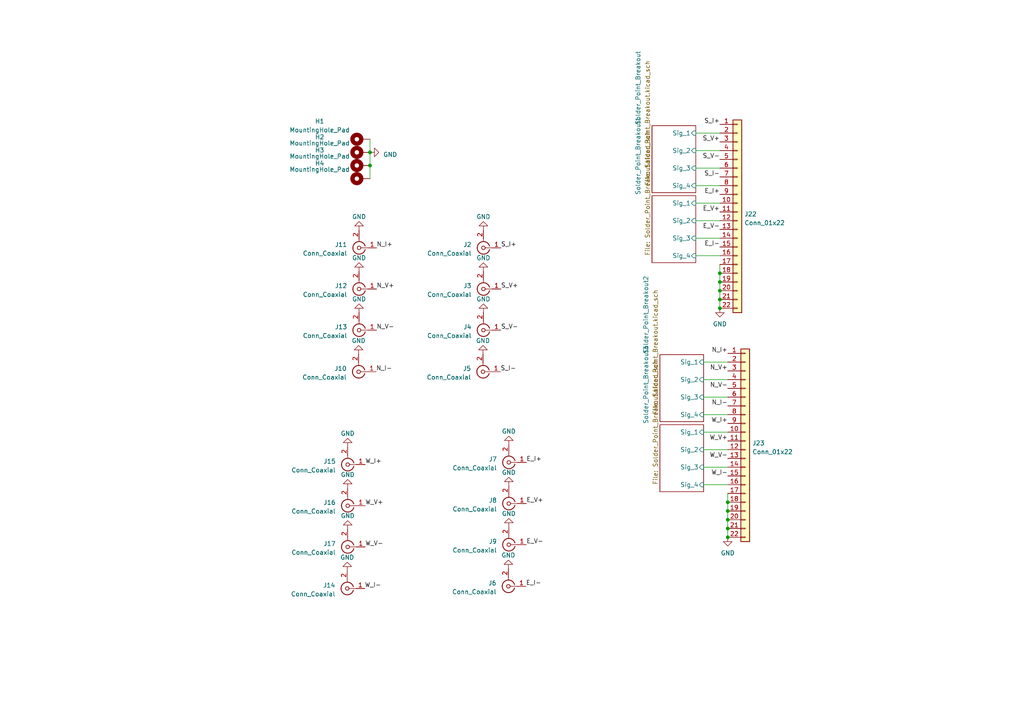
<source format=kicad_sch>
(kicad_sch (version 20230121) (generator eeschema)
  (paper "A4")
  (lib_symbols
    (symbol "Connector:Conn_Coaxial" (pin_names (offset 1.016) hide)
      (property "Reference" "J" (at 0.254 3.048 0))
      (property "Value" "Conn_Coaxial" (at 2.921 0 90))
      (symbol "Conn_Coaxial_0_1"
        (arc (start -1.778 -0.508) (mid 0.2311 -1.8066) (end 1.778 0) (stroke (width 0.254)))
        (polyline (pts (xy -2.54 0) (xy -0.508 0)))
        (polyline (pts (xy 0 -2.54) (xy 0 -1.778)))
        (circle (center 0 0) (radius 0.508) (stroke (width 0.2032)))
        (arc (start 1.778 0) (mid 0.2099 1.8101) (end -1.778 0.508) (stroke (width 0.254)))
      )
      (symbol "Conn_Coaxial_1_1"
        (pin passive line (at -5.08 0 0) (length 2.54) (name "In") (number "1"))
        (pin passive line (at 0 -5.08 90) (length 2.54) (name "Ext") (number "2"))
      )
    )
    (symbol "Connector_Generic:Conn_01x22" (pin_names (offset 1.016) hide)
      (property "Reference" "J" (at 0 27.94 0))
      (property "Value" "Conn_01x22" (at 0 -30.48 0))
      (symbol "Conn_01x22_1_1"
        (rectangle (start -1.27 -27.813) (end 0 -28.067) (stroke (width 0.1524)))
        (rectangle (start -1.27 -25.273) (end 0 -25.527) (stroke (width 0.1524)))
        (rectangle (start -1.27 -22.733) (end 0 -22.987) (stroke (width 0.1524)))
        (rectangle (start -1.27 -20.193) (end 0 -20.447) (stroke (width 0.1524)))
        (rectangle (start -1.27 -17.653) (end 0 -17.907) (stroke (width 0.1524)))
        (rectangle (start -1.27 -15.113) (end 0 -15.367) (stroke (width 0.1524)))
        (rectangle (start -1.27 -12.573) (end 0 -12.827) (stroke (width 0.1524)))
        (rectangle (start -1.27 -10.033) (end 0 -10.287) (stroke (width 0.1524)))
        (rectangle (start -1.27 -7.493) (end 0 -7.747) (stroke (width 0.1524)))
        (rectangle (start -1.27 -4.953) (end 0 -5.207) (stroke (width 0.1524)))
        (rectangle (start -1.27 -2.413) (end 0 -2.667) (stroke (width 0.1524)))
        (rectangle (start -1.27 0.127) (end 0 -0.127) (stroke (width 0.1524)))
        (rectangle (start -1.27 2.667) (end 0 2.413) (stroke (width 0.1524)))
        (rectangle (start -1.27 5.207) (end 0 4.953) (stroke (width 0.1524)))
        (rectangle (start -1.27 7.747) (end 0 7.493) (stroke (width 0.1524)))
        (rectangle (start -1.27 10.287) (end 0 10.033) (stroke (width 0.1524)))
        (rectangle (start -1.27 12.827) (end 0 12.573) (stroke (width 0.1524)))
        (rectangle (start -1.27 15.367) (end 0 15.113) (stroke (width 0.1524)))
        (rectangle (start -1.27 17.907) (end 0 17.653) (stroke (width 0.1524)))
        (rectangle (start -1.27 20.447) (end 0 20.193) (stroke (width 0.1524)))
        (rectangle (start -1.27 22.987) (end 0 22.733) (stroke (width 0.1524)))
        (rectangle (start -1.27 25.527) (end 0 25.273) (stroke (width 0.1524)))
        (rectangle (start -1.27 26.67) (end 1.27 -29.21) (stroke (width 0.254)) (fill (type background)))
        (pin passive line (at -5.08 25.4 0) (length 3.81) (name "Pin_1") (number "1"))
        (pin passive line (at -5.08 2.54 0) (length 3.81) (name "Pin_10") (number "10"))
        (pin passive line (at -5.08 0 0) (length 3.81) (name "Pin_11") (number "11"))
        (pin passive line (at -5.08 -2.54 0) (length 3.81) (name "Pin_12") (number "12"))
        (pin passive line (at -5.08 -5.08 0) (length 3.81) (name "Pin_13") (number "13"))
        (pin passive line (at -5.08 -7.62 0) (length 3.81) (name "Pin_14") (number "14"))
        (pin passive line (at -5.08 -10.16 0) (length 3.81) (name "Pin_15") (number "15"))
        (pin passive line (at -5.08 -12.7 0) (length 3.81) (name "Pin_16") (number "16"))
        (pin passive line (at -5.08 -15.24 0) (length 3.81) (name "Pin_17") (number "17"))
        (pin passive line (at -5.08 -17.78 0) (length 3.81) (name "Pin_18") (number "18"))
        (pin passive line (at -5.08 -20.32 0) (length 3.81) (name "Pin_19") (number "19"))
        (pin passive line (at -5.08 22.86 0) (length 3.81) (name "Pin_2") (number "2"))
        (pin passive line (at -5.08 -22.86 0) (length 3.81) (name "Pin_20") (number "20"))
        (pin passive line (at -5.08 -25.4 0) (length 3.81) (name "Pin_21") (number "21"))
        (pin passive line (at -5.08 -27.94 0) (length 3.81) (name "Pin_22") (number "22"))
        (pin passive line (at -5.08 20.32 0) (length 3.81) (name "Pin_3") (number "3"))
        (pin passive line (at -5.08 17.78 0) (length 3.81) (name "Pin_4") (number "4"))
        (pin passive line (at -5.08 15.24 0) (length 3.81) (name "Pin_5") (number "5"))
        (pin passive line (at -5.08 12.7 0) (length 3.81) (name "Pin_6") (number "6"))
        (pin passive line (at -5.08 10.16 0) (length 3.81) (name "Pin_7") (number "7"))
        (pin passive line (at -5.08 7.62 0) (length 3.81) (name "Pin_8") (number "8"))
        (pin passive line (at -5.08 5.08 0) (length 3.81) (name "Pin_9") (number "9"))
      )
    )
    (symbol "Mechanical:MountingHole_Pad" (pin_numbers hide) (pin_names (offset 1.016) hide)
      (property "Reference" "H" (at 0 6.35 0))
      (property "Value" "MountingHole_Pad" (at 0 4.445 0))
      (symbol "MountingHole_Pad_0_1"
        (circle (center 0 1.27) (radius 1.27) (stroke (width 1.27)))
      )
      (symbol "MountingHole_Pad_1_1"
        (pin input line (at 0 -2.54 90) (length 2.54) (name "1") (number "1"))
      )
    )
    (symbol "power:GND" (power) (pin_names (offset 0))
      (property "Value" "GND" (at 0 -3.81 0))
      (symbol "GND_0_1"
        (polyline (pts (xy 0 0) (xy 0 -1.27) (xy 1.27 -1.27) (xy 0 -2.54) (xy -1.27 -1.27) (xy 0 -1.27)))
      )
      (symbol "GND_1_1"
        (pin power_in line (at 0 0 270) (length 0) hide (name "GND") (number "1"))
      )
    )
  )
  (junction (at 208.788 81.788))
  (junction (at 208.788 86.868))
  (junction (at 211.074 148.209))
  (junction (at 208.788 79.248))
  (junction (at 211.074 150.749))
  (junction (at 208.788 84.328))
  (junction (at 211.074 145.669))
  (junction (at 211.074 153.289))
  (junction (at 208.788 89.408))
  (junction (at 107.315 44.196))
  (junction (at 211.074 155.829))
  (junction (at 107.315 48.006))
  (wire (pts (xy 204.089 105.029) (xy 211.074 105.029)))
  (wire (pts (xy 201.803 69.088) (xy 208.788 69.088)))
  (wire (pts (xy 204.089 130.429) (xy 211.074 130.429)))
  (wire (pts (xy 208.788 86.868) (xy 208.788 89.408)))
  (wire (pts (xy 204.089 110.109) (xy 211.074 110.109)))
  (wire (pts (xy 208.788 81.788) (xy 208.788 84.328)))
  (wire (pts (xy 201.803 38.608) (xy 208.788 38.608)))
  (wire (pts (xy 107.315 40.386) (xy 107.315 44.196)))
  (wire (pts (xy 107.315 44.196) (xy 107.315 48.006)))
  (wire (pts (xy 204.089 135.509) (xy 211.074 135.509)))
  (wire (pts (xy 201.803 64.008) (xy 208.788 64.008)))
  (wire (pts (xy 201.803 58.928) (xy 208.788 58.928)))
  (wire (pts (xy 201.803 53.848) (xy 208.788 53.848)))
  (wire (pts (xy 211.074 150.749) (xy 211.074 153.289)))
  (wire (pts (xy 204.089 115.189) (xy 211.074 115.189)))
  (wire (pts (xy 204.089 125.349) (xy 211.074 125.349)))
  (wire (pts (xy 204.089 140.589) (xy 211.074 140.589)))
  (wire (pts (xy 201.803 48.768) (xy 208.788 48.768)))
  (wire (pts (xy 208.788 76.708) (xy 208.788 79.248)))
  (wire (pts (xy 107.315 48.006) (xy 107.315 51.816)))
  (wire (pts (xy 211.074 145.669) (xy 211.074 148.209)))
  (wire (pts (xy 211.074 143.129) (xy 211.074 145.669)))
  (wire (pts (xy 211.074 153.289) (xy 211.074 155.829)))
  (wire (pts (xy 211.074 148.209) (xy 211.074 150.749)))
  (wire (pts (xy 204.089 120.269) (xy 211.074 120.269)))
  (wire (pts (xy 208.788 79.248) (xy 208.788 81.788)))
  (wire (pts (xy 201.803 74.168) (xy 208.788 74.168)))
  (wire (pts (xy 201.803 43.688) (xy 208.788 43.688)))
  (wire (pts (xy 208.788 84.328) (xy 208.788 86.868)))
  (label "S_I-" (at 145.161 107.823 0))
  (label "N_I-" (at 109.093 107.823 0))
  (label "N_V-" (at 211.074 112.649 180))
  (label "W_V-" (at 105.918 158.623 0))
  (label "W_V+" (at 211.074 127.889 180))
  (label "S_V-" (at 208.788 46.228 180))
  (label "N_I-" (at 211.074 117.729 180))
  (label "N_I+" (at 109.22 71.882 0))
  (label "E_I-" (at 208.788 71.628 180))
  (label "S_V-" (at 145.288 95.758 0))
  (label "S_V+" (at 145.288 83.82 0))
  (label "E_V+" (at 208.788 61.468 180))
  (label "W_I-" (at 211.074 138.049 180))
  (label "W_I+" (at 211.074 122.809 180))
  (label "E_I+" (at 208.788 56.388 180))
  (label "N_V-" (at 109.22 95.758 0))
  (label "S_I-" (at 208.788 51.308 180))
  (label "E_I-" (at 152.527 170.053 0))
  (label "N_V+" (at 109.22 83.82 0))
  (label "S_I+" (at 208.788 36.068 180))
  (label "N_I+" (at 211.074 102.489 180))
  (label "E_V-" (at 152.654 157.988 0))
  (label "W_I-" (at 105.791 170.688 0))
  (label "W_V+" (at 105.918 146.685 0))
  (label "W_V-" (at 211.074 132.969 180))
  (label "E_I+" (at 152.654 134.112 0))
  (label "W_I+" (at 105.918 134.747 0))
  (label "E_V-" (at 208.788 66.548 180))
  (label "E_V+" (at 152.654 146.05 0))
  (label "S_V+" (at 208.788 41.148 180))
  (label "N_V+" (at 211.074 107.569 180))
  (label "S_I+" (at 145.288 71.882 0))
  (symbol (lib_id "Connector:Conn_Coaxial") (at 104.14 71.882 180) (unit 1)
    (property "Reference" "J11" (at 100.711 70.9538 0) (effects (justify left)))
    (property "Value" "Conn_Coaxial" (at 100.711 73.4938 0) (effects (justify left)))
    (property "Footprint" "0_Breakout_footprint_lib:ANT-TH_DOSIN-801-0057" (effects hide))
    (property "Datasheet" " ~" (effects hide))
    (property "LCSC" "C709675" (effects hide))
  )
  (symbol (lib_id "Mechanical:MountingHole_Pad") (at 104.775 40.386 90) (unit 1)
    (property "Reference" "H1" (at 92.71 35.179 90))
    (property "Value" "MountingHole_Pad" (at 92.71 37.719 90))
    (property "Footprint" "MountingHole:MountingHole_3mm_Pad" (effects hide))
  )
  (symbol (lib_id "power:GND") (at 211.074 155.829 0) (unit 1)
    (property "Reference" "#PWR019" (effects hide))
    (property "Value" "GND" (at 211.074 160.401 0))
  )
  (symbol (lib_id "Connector_Generic:Conn_01x22") (at 216.154 127.889 0) (unit 1)
    (property "Reference" "J23" (at 218.186 128.524 0) (effects (justify left)))
    (property "Value" "Conn_01x22" (at 218.186 131.064 0) (effects (justify left)))
    (property "Footprint" "0_Breakout_footprint_lib:FPC-SMD_20P-P0.50_XUNPU_FPC-05F-20PH20" (effects hide))
    (property "LCSC" "C2856803" (effects hide))
  )
  (symbol (lib_id "Connector:Conn_Coaxial") (at 100.711 170.688 180) (unit 1)
    (property "Reference" "J14" (at 97.282 169.7598 0) (effects (justify left)))
    (property "Value" "Conn_Coaxial" (at 97.282 172.2998 0) (effects (justify left)))
    (property "Footprint" "0_Breakout_footprint_lib:ANT-TH_DOSIN-801-0057" (effects hide))
    (property "Datasheet" " ~" (effects hide))
    (property "LCSC" "C709675" (effects hide))
  )
  (symbol (lib_id "Connector:Conn_Coaxial") (at 100.838 158.623 180) (unit 1)
    (property "Reference" "J17" (at 97.409 157.6948 0) (effects (justify left)))
    (property "Value" "Conn_Coaxial" (at 97.409 160.2348 0) (effects (justify left)))
    (property "Footprint" "0_Breakout_footprint_lib:ANT-TH_DOSIN-801-0057" (effects hide))
    (property "Datasheet" " ~" (effects hide))
    (property "LCSC" "C709675" (effects hide))
  )
  (symbol (lib_id "Connector_Generic:Conn_01x22") (at 213.868 61.468 0) (unit 1)
    (property "Reference" "J22" (at 215.9 62.103 0) (effects (justify left)))
    (property "Value" "Conn_01x22" (at 215.9 64.643 0) (effects (justify left)))
    (property "Footprint" "0_Breakout_footprint_lib:FPC-SMD_20P-P0.50_XUNPU_FPC-05F-20PH20" (effects hide))
    (property "LCSC" "C2856803" (effects hide))
  )
  (symbol (lib_id "Connector:Conn_Coaxial") (at 147.574 157.988 180) (unit 1)
    (property "Reference" "J9" (at 144.145 157.0598 0) (effects (justify left)))
    (property "Value" "Conn_Coaxial" (at 144.145 159.5998 0) (effects (justify left)))
    (property "Footprint" "0_Breakout_footprint_lib:ANT-TH_DOSIN-801-0057" (effects hide))
    (property "Datasheet" " ~" (effects hide))
    (property "LCSC" "C709675" (effects hide))
  )
  (symbol (lib_id "Connector:Conn_Coaxial") (at 140.208 71.882 180) (unit 1)
    (property "Reference" "J2" (at 136.779 70.9538 0) (effects (justify left)))
    (property "Value" "Conn_Coaxial" (at 136.779 73.4938 0) (effects (justify left)))
    (property "Footprint" "0_Breakout_footprint_lib:ANT-TH_DOSIN-801-0057" (effects hide))
    (property "Datasheet" " ~" (effects hide))
    (property "LCSC" "C709675" (effects hide))
  )
  (symbol (lib_id "Connector:Conn_Coaxial") (at 140.081 107.823 180) (unit 1)
    (property "Reference" "J5" (at 136.652 106.8948 0) (effects (justify left)))
    (property "Value" "Conn_Coaxial" (at 136.652 109.4348 0) (effects (justify left)))
    (property "Footprint" "0_Breakout_footprint_lib:ANT-TH_DOSIN-801-0057" (effects hide))
    (property "Datasheet" " ~" (effects hide))
    (property "LCSC" "C709675" (effects hide))
  )
  (symbol (lib_id "power:GND") (at 100.838 153.543 180) (unit 1)
    (property "Reference" "#PWR018" (effects hide))
    (property "Value" "GND" (at 100.838 149.606 0))
  )
  (symbol (lib_id "power:GND") (at 104.14 78.74 180) (unit 1)
    (property "Reference" "#PWR013" (effects hide))
    (property "Value" "GND" (at 104.14 74.803 0))
  )
  (symbol (lib_id "Mechanical:MountingHole_Pad") (at 104.775 48.006 90) (unit 1)
    (property "Reference" "H3" (at 92.71 43.561 90))
    (property "Value" "MountingHole_Pad" (at 92.71 45.339 90))
    (property "Footprint" "MountingHole:MountingHole_3mm_Pad" (effects hide))
  )
  (symbol (lib_id "power:GND") (at 147.447 164.973 180) (unit 1)
    (property "Reference" "#PWR07" (effects hide))
    (property "Value" "GND" (at 147.447 161.036 0))
  )
  (symbol (lib_id "Mechanical:MountingHole_Pad") (at 104.775 44.196 90) (unit 1)
    (property "Reference" "H2" (at 92.71 39.751 90))
    (property "Value" "MountingHole_Pad" (at 92.71 41.529 90))
    (property "Footprint" "MountingHole:MountingHole_3mm_Pad" (effects hide))
  )
  (symbol (lib_id "power:GND") (at 147.574 152.908 180) (unit 1)
    (property "Reference" "#PWR010" (effects hide))
    (property "Value" "GND" (at 147.574 148.971 0))
  )
  (symbol (lib_id "power:GND") (at 140.208 78.74 180) (unit 1)
    (property "Reference" "#PWR04" (effects hide))
    (property "Value" "GND" (at 140.208 74.803 0))
  )
  (symbol (lib_id "power:GND") (at 140.081 102.743 180) (unit 1)
    (property "Reference" "#PWR06" (effects hide))
    (property "Value" "GND" (at 140.081 98.806 0))
  )
  (symbol (lib_id "Connector:Conn_Coaxial") (at 140.208 83.82 180) (unit 1)
    (property "Reference" "J3" (at 136.779 82.8918 0) (effects (justify left)))
    (property "Value" "Conn_Coaxial" (at 136.779 85.4318 0) (effects (justify left)))
    (property "Footprint" "0_Breakout_footprint_lib:ANT-TH_DOSIN-801-0057" (effects hide))
    (property "Datasheet" " ~" (effects hide))
    (property "LCSC" "C709675" (effects hide))
  )
  (symbol (lib_id "power:GND") (at 100.711 165.608 180) (unit 1)
    (property "Reference" "#PWR015" (effects hide))
    (property "Value" "GND" (at 100.711 161.671 0))
  )
  (symbol (lib_id "power:GND") (at 147.574 140.97 180) (unit 1)
    (property "Reference" "#PWR09" (effects hide))
    (property "Value" "GND" (at 147.574 137.033 0))
  )
  (symbol (lib_id "Connector:Conn_Coaxial") (at 147.447 170.053 180) (unit 1)
    (property "Reference" "J6" (at 144.018 169.1248 0) (effects (justify left)))
    (property "Value" "Conn_Coaxial" (at 144.018 171.6648 0) (effects (justify left)))
    (property "Footprint" "0_Breakout_footprint_lib:ANT-TH_DOSIN-801-0057" (effects hide))
    (property "Datasheet" " ~" (effects hide))
    (property "LCSC" "C709675" (effects hide))
  )
  (symbol (lib_id "Connector:Conn_Coaxial") (at 140.208 95.758 180) (unit 1)
    (property "Reference" "J4" (at 136.779 94.8298 0) (effects (justify left)))
    (property "Value" "Conn_Coaxial" (at 136.779 97.3698 0) (effects (justify left)))
    (property "Footprint" "0_Breakout_footprint_lib:ANT-TH_DOSIN-801-0057" (effects hide))
    (property "Datasheet" " ~" (effects hide))
    (property "LCSC" "C709675" (effects hide))
  )
  (symbol (lib_id "power:GND") (at 100.838 129.667 180) (unit 1)
    (property "Reference" "#PWR016" (effects hide))
    (property "Value" "GND" (at 100.838 125.73 0))
  )
  (symbol (lib_id "power:GND") (at 104.013 102.743 180) (unit 1)
    (property "Reference" "#PWR011" (effects hide))
    (property "Value" "GND" (at 104.013 98.806 0))
  )
  (symbol (lib_id "power:GND") (at 100.838 141.605 180) (unit 1)
    (property "Reference" "#PWR017" (effects hide))
    (property "Value" "GND" (at 100.838 137.668 0))
  )
  (symbol (lib_id "Connector:Conn_Coaxial") (at 147.574 134.112 180) (unit 1)
    (property "Reference" "J7" (at 144.145 133.1838 0) (effects (justify left)))
    (property "Value" "Conn_Coaxial" (at 144.145 135.7238 0) (effects (justify left)))
    (property "Footprint" "0_Breakout_footprint_lib:ANT-TH_DOSIN-801-0057" (effects hide))
    (property "Datasheet" " ~" (effects hide))
    (property "LCSC" "C709675" (effects hide))
  )
  (symbol (lib_id "power:GND") (at 104.14 66.802 180) (unit 1)
    (property "Reference" "#PWR012" (effects hide))
    (property "Value" "GND" (at 104.14 62.865 0))
  )
  (symbol (lib_id "Connector:Conn_Coaxial") (at 100.838 146.685 180) (unit 1)
    (property "Reference" "J16" (at 97.409 145.7568 0) (effects (justify left)))
    (property "Value" "Conn_Coaxial" (at 97.409 148.2968 0) (effects (justify left)))
    (property "Footprint" "0_Breakout_footprint_lib:ANT-TH_DOSIN-801-0057" (effects hide))
    (property "Datasheet" " ~" (effects hide))
    (property "LCSC" "C709675" (effects hide))
  )
  (symbol (lib_id "power:GND") (at 104.14 90.678 180) (unit 1)
    (property "Reference" "#PWR014" (effects hide))
    (property "Value" "GND" (at 104.14 86.741 0))
  )
  (symbol (lib_id "power:GND") (at 107.315 44.196 90) (unit 1)
    (property "Reference" "#PWR01" (effects hide))
    (property "Value" "GND" (at 111.125 44.831 90) (effects (justify right)))
  )
  (symbol (lib_id "Connector:Conn_Coaxial") (at 147.574 146.05 180) (unit 1)
    (property "Reference" "J8" (at 144.145 145.1218 0) (effects (justify left)))
    (property "Value" "Conn_Coaxial" (at 144.145 147.6618 0) (effects (justify left)))
    (property "Footprint" "0_Breakout_footprint_lib:ANT-TH_DOSIN-801-0057" (effects hide))
    (property "Datasheet" " ~" (effects hide))
    (property "LCSC" "C709675" (effects hide))
  )
  (symbol (lib_id "Mechanical:MountingHole_Pad") (at 104.775 51.816 90) (unit 1)
    (property "Reference" "H4" (at 92.71 47.371 90))
    (property "Value" "MountingHole_Pad" (at 92.71 49.149 90))
    (property "Footprint" "MountingHole:MountingHole_3mm_Pad" (effects hide))
  )
  (symbol (lib_id "Connector:Conn_Coaxial") (at 104.14 95.758 180) (unit 1)
    (property "Reference" "J13" (at 100.711 94.8298 0) (effects (justify left)))
    (property "Value" "Conn_Coaxial" (at 100.711 97.3698 0) (effects (justify left)))
    (property "Footprint" "0_Breakout_footprint_lib:ANT-TH_DOSIN-801-0057" (effects hide))
    (property "Datasheet" " ~" (effects hide))
    (property "LCSC" "C709675" (effects hide))
  )
  (symbol (lib_id "Connector:Conn_Coaxial") (at 104.14 83.82 180) (unit 1)
    (property "Reference" "J12" (at 100.711 82.8918 0) (effects (justify left)))
    (property "Value" "Conn_Coaxial" (at 100.711 85.4318 0) (effects (justify left)))
    (property "Footprint" "0_Breakout_footprint_lib:ANT-TH_DOSIN-801-0057" (effects hide))
    (property "Datasheet" " ~" (effects hide))
    (property "LCSC" "C709675" (effects hide))
  )
  (symbol (lib_id "power:GND") (at 147.574 129.032 180) (unit 1)
    (property "Reference" "#PWR08" (effects hide))
    (property "Value" "GND" (at 147.574 125.095 0))
  )
  (symbol (lib_id "Connector:Conn_Coaxial") (at 100.838 134.747 180) (unit 1)
    (property "Reference" "J15" (at 97.409 133.8188 0) (effects (justify left)))
    (property "Value" "Conn_Coaxial" (at 97.409 136.3588 0) (effects (justify left)))
    (property "Footprint" "0_Breakout_footprint_lib:ANT-TH_DOSIN-801-0057" (effects hide))
    (property "Datasheet" " ~" (effects hide))
    (property "LCSC" "C709675" (effects hide))
  )
  (symbol (lib_id "Connector:Conn_Coaxial") (at 104.013 107.823 180) (unit 1)
    (property "Reference" "J10" (at 100.584 106.8948 0) (effects (justify left)))
    (property "Value" "Conn_Coaxial" (at 100.584 109.4348 0) (effects (justify left)))
    (property "Footprint" "0_Breakout_footprint_lib:ANT-TH_DOSIN-801-0057" (effects hide))
    (property "Datasheet" " ~" (effects hide))
    (property "LCSC" "C709675" (effects hide))
  )
  (symbol (lib_id "power:GND") (at 140.208 66.802 180) (unit 1)
    (property "Reference" "#PWR03" (effects hide))
    (property "Value" "GND" (at 140.208 62.865 0))
  )
  (symbol (lib_id "power:GND") (at 208.788 89.408 0) (unit 1)
    (property "Reference" "#PWR02" (effects hide))
    (property "Value" "GND" (at 208.788 93.98 0))
  )
  (symbol (lib_id "power:GND") (at 140.208 90.678 180) (unit 1)
    (property "Reference" "#PWR05" (effects hide))
    (property "Value" "GND" (at 140.208 86.741 0))
  )
  (sheet (at 189.103 36.449) (size 12.7 19.431) (stroke (width 0.1524))
    (property "Sheetname" "Solder_Point_Breakout" (at 185.801 36.195 90) (effects (justify left bottom)))
    (property "Sheetfile" "Solder_Point_Breakout.kicad_sch" (at 187.071 53.848 90) (effects (justify left top)))
    (pin "Sig_1" input (at 201.803 38.608 0))
    (pin "Sig_2" input (at 201.803 43.688 0))
    (pin "Sig_3" input (at 201.803 48.768 0))
    (pin "Sig_4" input (at 201.803 53.848 0))
  )
  (sheet (at 191.389 102.87) (size 12.7 19.431) (stroke (width 0.1524))
    (property "Sheetname" "Solder_Point_Breakout2" (at 188.087 102.616 90) (effects (justify left bottom)))
    (property "Sheetfile" "Solder_Point_Breakout.kicad_sch" (at 189.357 120.269 90) (effects (justify left top)))
    (pin "Sig_1" input (at 204.089 105.029 0))
    (pin "Sig_2" input (at 204.089 110.109 0))
    (pin "Sig_3" input (at 204.089 115.189 0))
    (pin "Sig_4" input (at 204.089 120.269 0))
  )
  (sheet (at 189.103 56.769) (size 12.7 19.431) (stroke (width 0.1524))
    (property "Sheetname" "Solder_Point_Breakout1" (at 185.801 56.515 90) (effects (justify left bottom)))
    (property "Sheetfile" "Solder_Point_Breakout.kicad_sch" (at 187.071 74.168 90) (effects (justify left top)))
    (pin "Sig_1" input (at 201.803 58.928 0))
    (pin "Sig_2" input (at 201.803 64.008 0))
    (pin "Sig_3" input (at 201.803 69.088 0))
    (pin "Sig_4" input (at 201.803 74.168 0))
  )
  (sheet (at 191.389 123.19) (size 12.7 19.431) (stroke (width 0.1524))
    (property "Sheetname" "Solder_Point_Breakout3" (at 188.087 122.936 90) (effects (justify left bottom)))
    (property "Sheetfile" "Solder_Point_Breakout.kicad_sch" (at 189.357 140.589 90) (effects (justify left top)))
    (pin "Sig_1" input (at 204.089 125.349 0))
    (pin "Sig_2" input (at 204.089 130.429 0))
    (pin "Sig_3" input (at 204.089 135.509 0))
    (pin "Sig_4" input (at 204.089 140.589 0))
  )
)
</source>
